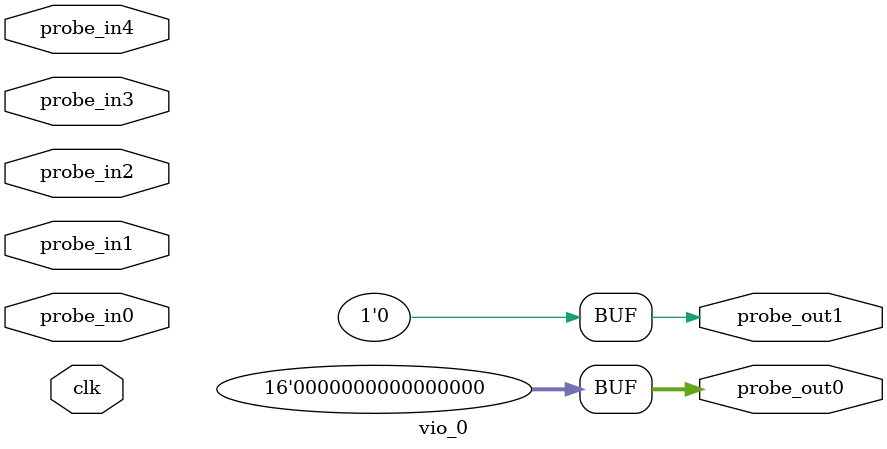
<source format=v>
`timescale 1ns / 1ps
module vio_0 (
clk,
probe_in0,probe_in1,probe_in2,probe_in3,probe_in4,
probe_out0,
probe_out1
);

input clk;
input [15 : 0] probe_in0;
input [31 : 0] probe_in1;
input [255 : 0] probe_in2;
input [55 : 0] probe_in3;
input [255 : 0] probe_in4;

output reg [15 : 0] probe_out0 = 'h0000 ;
output reg [0 : 0] probe_out1 = 'h0 ;


endmodule

</source>
